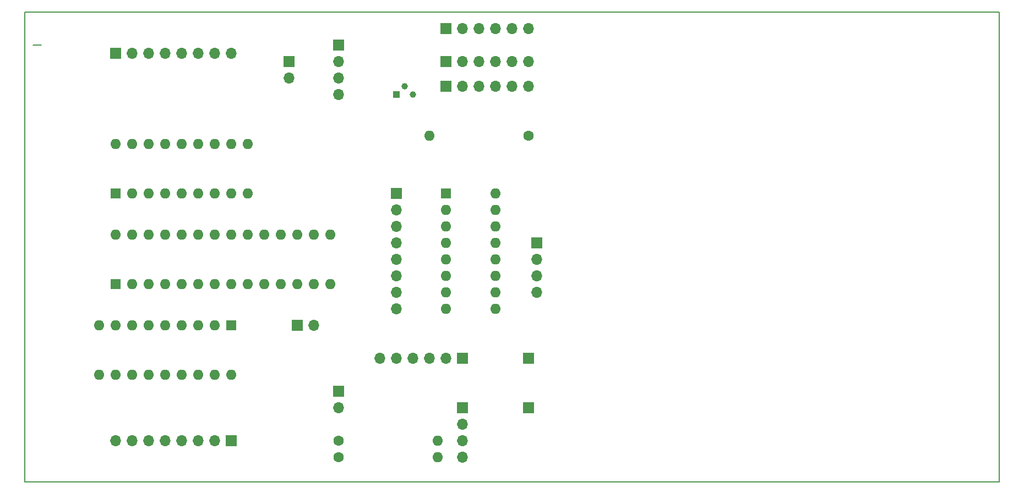
<source format=gbr>
G04 #@! TF.FileFunction,Copper,L1,Top,Signal*
%FSLAX46Y46*%
G04 Gerber Fmt 4.6, Leading zero omitted, Abs format (unit mm)*
G04 Created by KiCad (PCBNEW 4.0.7) date Monday, 16. July 2018 'u49' 18:49:17*
%MOMM*%
%LPD*%
G01*
G04 APERTURE LIST*
%ADD10C,0.100000*%
%ADD11C,0.150000*%
%ADD12R,1.600000X1.600000*%
%ADD13O,1.600000X1.600000*%
%ADD14C,1.000000*%
%ADD15R,1.000000X1.000000*%
%ADD16R,1.700000X1.700000*%
%ADD17O,1.700000X1.700000*%
%ADD18C,1.600000*%
G04 APERTURE END LIST*
D10*
D11*
X194310000Y-25400000D02*
X50800000Y-25400000D01*
X44450000Y-25400000D02*
X194310000Y-25400000D01*
X44450000Y-26670000D02*
X44450000Y-25400000D01*
X44450000Y-27940000D02*
X44450000Y-26670000D01*
X44450000Y-97790000D02*
X44450000Y-27940000D01*
X194310000Y-97790000D02*
X44450000Y-97790000D01*
X194310000Y-25400000D02*
X194310000Y-97790000D01*
X45720000Y-30480000D02*
X46990000Y-30480000D01*
D12*
X58420000Y-67310000D03*
D13*
X91440000Y-59690000D03*
X60960000Y-67310000D03*
X88900000Y-59690000D03*
X63500000Y-67310000D03*
X86360000Y-59690000D03*
X66040000Y-67310000D03*
X83820000Y-59690000D03*
X68580000Y-67310000D03*
X81280000Y-59690000D03*
X71120000Y-67310000D03*
X78740000Y-59690000D03*
X73660000Y-67310000D03*
X76200000Y-59690000D03*
X76200000Y-67310000D03*
X73660000Y-59690000D03*
X78740000Y-67310000D03*
X71120000Y-59690000D03*
X81280000Y-67310000D03*
X68580000Y-59690000D03*
X83820000Y-67310000D03*
X66040000Y-59690000D03*
X86360000Y-67310000D03*
X63500000Y-59690000D03*
X88900000Y-67310000D03*
X60960000Y-59690000D03*
X91440000Y-67310000D03*
X58420000Y-59690000D03*
D12*
X76200000Y-73660000D03*
D13*
X55880000Y-81280000D03*
X73660000Y-73660000D03*
X58420000Y-81280000D03*
X71120000Y-73660000D03*
X60960000Y-81280000D03*
X68580000Y-73660000D03*
X63500000Y-81280000D03*
X66040000Y-73660000D03*
X66040000Y-81280000D03*
X63500000Y-73660000D03*
X68580000Y-81280000D03*
X60960000Y-73660000D03*
X71120000Y-81280000D03*
X58420000Y-73660000D03*
X73660000Y-81280000D03*
X55880000Y-73660000D03*
X76200000Y-81280000D03*
D12*
X58420000Y-53340000D03*
D13*
X78740000Y-45720000D03*
X60960000Y-53340000D03*
X76200000Y-45720000D03*
X63500000Y-53340000D03*
X73660000Y-45720000D03*
X66040000Y-53340000D03*
X71120000Y-45720000D03*
X68580000Y-53340000D03*
X68580000Y-45720000D03*
X71120000Y-53340000D03*
X66040000Y-45720000D03*
X73660000Y-53340000D03*
X63500000Y-45720000D03*
X76200000Y-53340000D03*
X60960000Y-45720000D03*
X78740000Y-53340000D03*
X58420000Y-45720000D03*
D12*
X109220000Y-53340000D03*
D13*
X116840000Y-71120000D03*
X109220000Y-55880000D03*
X116840000Y-68580000D03*
X109220000Y-58420000D03*
X116840000Y-66040000D03*
X109220000Y-60960000D03*
X116840000Y-63500000D03*
X109220000Y-63500000D03*
X116840000Y-60960000D03*
X109220000Y-66040000D03*
X116840000Y-58420000D03*
X109220000Y-68580000D03*
X116840000Y-55880000D03*
X109220000Y-71120000D03*
X116840000Y-53340000D03*
D14*
X102870000Y-36830000D03*
X104140000Y-38100000D03*
D15*
X101600000Y-38100000D03*
D16*
X76200000Y-91440000D03*
D17*
X73660000Y-91440000D03*
X71120000Y-91440000D03*
X68580000Y-91440000D03*
X66040000Y-91440000D03*
X63500000Y-91440000D03*
X60960000Y-91440000D03*
X58420000Y-91440000D03*
D16*
X58420000Y-31750000D03*
D17*
X60960000Y-31750000D03*
X63500000Y-31750000D03*
X66040000Y-31750000D03*
X68580000Y-31750000D03*
X71120000Y-31750000D03*
X73660000Y-31750000D03*
X76200000Y-31750000D03*
D16*
X121920000Y-78740000D03*
X86360000Y-73660000D03*
D17*
X88900000Y-73660000D03*
D16*
X111760000Y-78740000D03*
D17*
X109220000Y-78740000D03*
X106680000Y-78740000D03*
X104140000Y-78740000D03*
X101600000Y-78740000D03*
X99060000Y-78740000D03*
D16*
X109220000Y-33020000D03*
D17*
X111760000Y-33020000D03*
X114300000Y-33020000D03*
X116840000Y-33020000D03*
X119380000Y-33020000D03*
X121920000Y-33020000D03*
D16*
X109220000Y-36830000D03*
D17*
X111760000Y-36830000D03*
X114300000Y-36830000D03*
X116840000Y-36830000D03*
X119380000Y-36830000D03*
X121920000Y-36830000D03*
D16*
X109220000Y-27940000D03*
D17*
X111760000Y-27940000D03*
X114300000Y-27940000D03*
X116840000Y-27940000D03*
X119380000Y-27940000D03*
X121920000Y-27940000D03*
D16*
X123190000Y-60960000D03*
D17*
X123190000Y-63500000D03*
X123190000Y-66040000D03*
X123190000Y-68580000D03*
D16*
X101600000Y-53340000D03*
D17*
X101600000Y-55880000D03*
X101600000Y-58420000D03*
X101600000Y-60960000D03*
X101600000Y-63500000D03*
X101600000Y-66040000D03*
X101600000Y-68580000D03*
X101600000Y-71120000D03*
D16*
X85090000Y-33020000D03*
D17*
X85090000Y-35560000D03*
D16*
X92710000Y-30480000D03*
D17*
X92710000Y-33020000D03*
X92710000Y-35560000D03*
X92710000Y-38100000D03*
D16*
X111760000Y-86360000D03*
D17*
X111760000Y-88900000D03*
X111760000Y-91440000D03*
X111760000Y-93980000D03*
D16*
X92710000Y-83820000D03*
D17*
X92710000Y-86360000D03*
D18*
X121920000Y-44450000D03*
D13*
X106680000Y-44450000D03*
D18*
X92710000Y-93980000D03*
D13*
X107950000Y-93980000D03*
D18*
X92710000Y-91440000D03*
D13*
X107950000Y-91440000D03*
D16*
X121920000Y-86360000D03*
M02*

</source>
